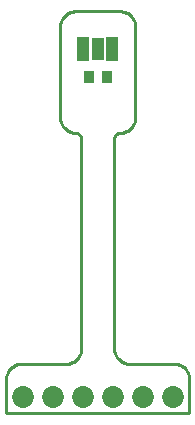
<source format=gbr>
G04 EAGLE Gerber RS-274X export*
G75*
%MOMM*%
%FSLAX34Y34*%
%LPD*%
%INSoldermask Top*%
%IPPOS*%
%AMOC8*
5,1,8,0,0,1.08239X$1,22.5*%
G01*
%ADD10R,1.028700X0.508000*%
%ADD11R,1.054100X0.508000*%
%ADD12R,1.092200X1.854200*%
%ADD13R,0.965200X1.092200*%
%ADD14C,1.853200*%
%ADD15C,0.254000*%


D10*
X65088Y316110D03*
X65088Y311110D03*
X65088Y306110D03*
X65088Y301110D03*
X89853Y301110D03*
X89853Y306110D03*
D11*
X89853Y311110D03*
D10*
X89853Y316110D03*
D12*
X77470Y308610D03*
D13*
X69850Y284480D03*
X85090Y284480D03*
D14*
X13970Y13970D03*
X39370Y13970D03*
X64770Y13970D03*
X90170Y13970D03*
X115570Y13970D03*
X140970Y13970D03*
D15*
X0Y0D02*
X154940Y0D01*
X154940Y29210D01*
X154892Y30317D01*
X154747Y31415D01*
X154507Y32497D01*
X154174Y33554D01*
X153750Y34577D01*
X153239Y35560D01*
X152643Y36494D01*
X151969Y37373D01*
X151220Y38190D01*
X150403Y38939D01*
X149524Y39613D01*
X148590Y40209D01*
X147607Y40720D01*
X146584Y41144D01*
X145527Y41477D01*
X144445Y41717D01*
X143347Y41862D01*
X142240Y41910D01*
X104140Y41910D01*
X103033Y41958D01*
X101935Y42103D01*
X100853Y42343D01*
X99796Y42676D01*
X98773Y43100D01*
X97790Y43611D01*
X96856Y44207D01*
X95977Y44881D01*
X95160Y45630D01*
X94411Y46447D01*
X93737Y47326D01*
X93141Y48260D01*
X92630Y49243D01*
X92206Y50266D01*
X91873Y51323D01*
X91633Y52405D01*
X91488Y53503D01*
X91440Y54610D01*
X91440Y232410D01*
X91459Y232853D01*
X91517Y233292D01*
X91613Y233725D01*
X91746Y234147D01*
X91916Y234557D01*
X92121Y234950D01*
X92359Y235324D01*
X92629Y235675D01*
X92928Y236002D01*
X93255Y236302D01*
X93606Y236571D01*
X93980Y236809D01*
X94373Y237014D01*
X94783Y237184D01*
X95205Y237317D01*
X95638Y237413D01*
X96077Y237471D01*
X96520Y237490D01*
X97627Y237538D01*
X98725Y237683D01*
X99807Y237923D01*
X100864Y238256D01*
X101887Y238680D01*
X102870Y239191D01*
X103804Y239787D01*
X104683Y240461D01*
X105500Y241210D01*
X106249Y242027D01*
X106923Y242906D01*
X107519Y243840D01*
X108030Y244823D01*
X108454Y245846D01*
X108787Y246903D01*
X109027Y247985D01*
X109172Y249083D01*
X109220Y250190D01*
X109220Y327660D01*
X109172Y328767D01*
X109027Y329865D01*
X108787Y330947D01*
X108454Y332004D01*
X108030Y333027D01*
X107519Y334010D01*
X106923Y334944D01*
X106249Y335823D01*
X105500Y336640D01*
X104683Y337389D01*
X103804Y338063D01*
X102870Y338659D01*
X101887Y339170D01*
X100864Y339594D01*
X99807Y339927D01*
X98725Y340167D01*
X97627Y340312D01*
X96520Y340360D01*
X58420Y340360D01*
X57313Y340312D01*
X56215Y340167D01*
X55133Y339927D01*
X54076Y339594D01*
X53053Y339170D01*
X52070Y338659D01*
X51136Y338063D01*
X50257Y337389D01*
X49440Y336640D01*
X48691Y335823D01*
X48017Y334944D01*
X47421Y334010D01*
X46910Y333027D01*
X46486Y332004D01*
X46153Y330947D01*
X45913Y329865D01*
X45768Y328767D01*
X45720Y327660D01*
X45720Y250190D01*
X45768Y249083D01*
X45913Y247985D01*
X46153Y246903D01*
X46486Y245846D01*
X46910Y244823D01*
X47421Y243840D01*
X48017Y242906D01*
X48691Y242027D01*
X49440Y241210D01*
X50257Y240461D01*
X51136Y239787D01*
X52070Y239191D01*
X53053Y238680D01*
X54076Y238256D01*
X55133Y237923D01*
X56215Y237683D01*
X57313Y237538D01*
X58420Y237490D01*
X58863Y237471D01*
X59302Y237413D01*
X59735Y237317D01*
X60157Y237184D01*
X60567Y237014D01*
X60960Y236809D01*
X61334Y236571D01*
X61685Y236302D01*
X62012Y236002D01*
X62312Y235675D01*
X62581Y235324D01*
X62819Y234950D01*
X63024Y234557D01*
X63194Y234147D01*
X63327Y233725D01*
X63423Y233292D01*
X63481Y232853D01*
X63500Y232410D01*
X63500Y54610D01*
X63452Y53503D01*
X63307Y52405D01*
X63067Y51323D01*
X62734Y50266D01*
X62310Y49243D01*
X61799Y48260D01*
X61203Y47326D01*
X60529Y46447D01*
X59780Y45630D01*
X58963Y44881D01*
X58084Y44207D01*
X57150Y43611D01*
X56167Y43100D01*
X55144Y42676D01*
X54087Y42343D01*
X53005Y42103D01*
X51907Y41958D01*
X50800Y41910D01*
X12700Y41910D01*
X11593Y41862D01*
X10495Y41717D01*
X9413Y41477D01*
X8356Y41144D01*
X7333Y40720D01*
X6350Y40209D01*
X5416Y39613D01*
X4537Y38939D01*
X3720Y38190D01*
X2971Y37373D01*
X2297Y36494D01*
X1701Y35560D01*
X1190Y34577D01*
X766Y33554D01*
X433Y32497D01*
X193Y31415D01*
X48Y30317D01*
X0Y29210D01*
X0Y0D01*
M02*

</source>
